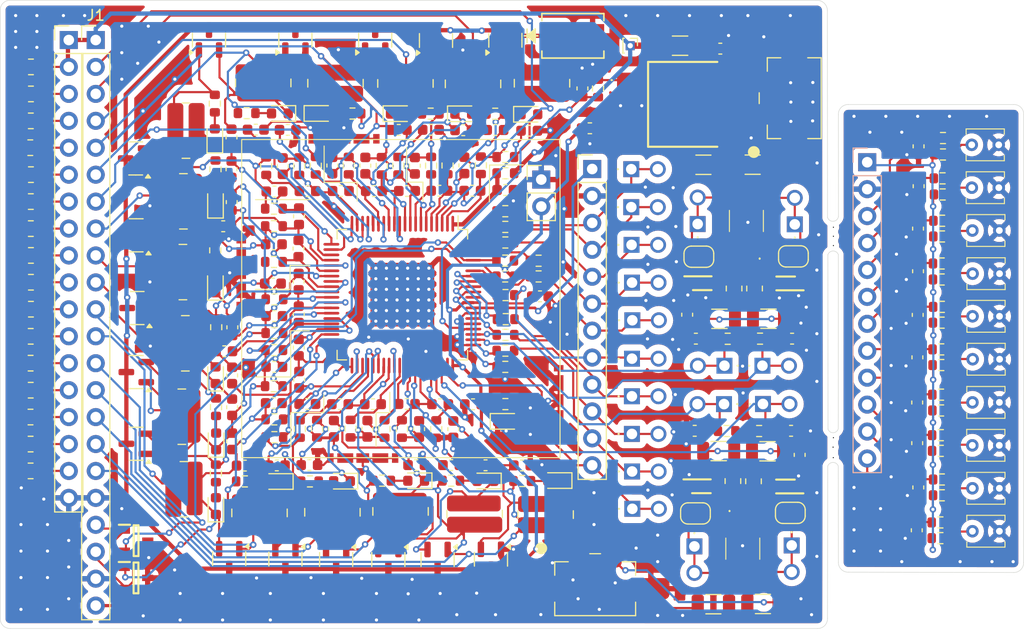
<source format=kicad_pcb>
(kicad_pcb
	(version 20240108)
	(generator "pcbnew")
	(generator_version "8.0")
	(general
		(thickness 1.6)
		(legacy_teardrops no)
	)
	(paper "A4")
	(layers
		(0 "F.Cu" signal)
		(1 "In1.Cu" signal)
		(2 "In2.Cu" signal)
		(31 "B.Cu" signal)
		(32 "B.Adhes" user "B.Adhesive")
		(33 "F.Adhes" user "F.Adhesive")
		(34 "B.Paste" user)
		(35 "F.Paste" user)
		(36 "B.SilkS" user "B.Silkscreen")
		(37 "F.SilkS" user "F.Silkscreen")
		(38 "B.Mask" user)
		(39 "F.Mask" user)
		(40 "Dwgs.User" user "User.Drawings")
		(41 "Cmts.User" user "User.Comments")
		(42 "Eco1.User" user "User.Eco1")
		(43 "Eco2.User" user "User.Eco2")
		(44 "Edge.Cuts" user)
		(45 "Margin" user)
		(46 "B.CrtYd" user "B.Courtyard")
		(47 "F.CrtYd" user "F.Courtyard")
		(48 "B.Fab" user)
		(49 "F.Fab" user)
		(50 "User.1" user)
		(51 "User.2" user)
		(52 "User.3" user)
		(53 "User.4" user)
		(54 "User.5" user)
		(55 "User.6" user)
		(56 "User.7" user)
		(57 "User.8" user)
		(58 "User.9" user)
	)
	(setup
		(stackup
			(layer "F.SilkS"
				(type "Top Silk Screen")
			)
			(layer "F.Paste"
				(type "Top Solder Paste")
			)
			(layer "F.Mask"
				(type "Top Solder Mask")
				(thickness 0.01)
			)
			(layer "F.Cu"
				(type "copper")
				(thickness 0.035)
			)
			(layer "dielectric 1"
				(type "prepreg")
				(thickness 0.1)
				(material "FR4")
				(epsilon_r 4.5)
				(loss_tangent 0.02)
			)
			(layer "In1.Cu"
				(type "copper")
				(thickness 0.035)
			)
			(layer "dielectric 2"
				(type "core")
				(thickness 1.24)
				(material "FR4")
				(epsilon_r 4.5)
				(loss_tangent 0.02)
			)
			(layer "In2.Cu"
				(type "copper")
				(thickness 0.035)
			)
			(layer "dielectric 3"
				(type "prepreg")
				(thickness 0.1)
				(material "FR4")
				(epsilon_r 4.5)
				(loss_tangent 0.02)
			)
			(layer "B.Cu"
				(type "copper")
				(thickness 0.035)
			)
			(layer "B.Mask"
				(type "Bottom Solder Mask")
				(thickness 0.01)
			)
			(layer "B.Paste"
				(type "Bottom Solder Paste")
			)
			(layer "B.SilkS"
				(type "Bottom Silk Screen")
			)
			(copper_finish "None")
			(dielectric_constraints no)
		)
		(pad_to_mask_clearance 0)
		(allow_soldermask_bridges_in_footprints no)
		(pcbplotparams
			(layerselection 0x00010fc_ffffffff)
			(plot_on_all_layers_selection 0x0000000_00000000)
			(disableapertmacros no)
			(usegerberextensions no)
			(usegerberattributes yes)
			(usegerberadvancedattributes yes)
			(creategerberjobfile no)
			(dashed_line_dash_ratio 12.000000)
			(dashed_line_gap_ratio 3.000000)
			(svgprecision 4)
			(plotframeref no)
			(viasonmask no)
			(mode 1)
			(useauxorigin yes)
			(hpglpennumber 1)
			(hpglpenspeed 20)
			(hpglpendiameter 15.000000)
			(pdf_front_fp_property_popups yes)
			(pdf_back_fp_property_popups yes)
			(dxfpolygonmode yes)
			(dxfimperialunits yes)
			(dxfusepcbnewfont yes)
			(psnegative no)
			(psa4output no)
			(plotreference yes)
			(plotvalue no)
			(plotfptext yes)
			(plotinvisibletext no)
			(sketchpadsonfab no)
			(subtractmaskfromsilk yes)
			(outputformat 1)
			(mirror no)
			(drillshape 0)
			(scaleselection 1)
			(outputdirectory "gerber/")
		)
	)
	(net 0 "")
	(net 1 "/FilterBalancingNetwork/CB")
	(net 2 "/FilterBalancingNetwork/CB:A")
	(net 3 "/FilterBalancingNetwork/CA")
	(net 4 "/Cell 15{slash}16")
	(net 5 "/S16P")
	(net 6 "/Cell 15{slash}14")
	(net 7 "/S15P")
	(net 8 "/FilterBalancingNetwork1/CB:A")
	(net 9 "/FilterBalancingNetwork1/CB")
	(net 10 "/FilterBalancingNetwork1/CA")
	(net 11 "/Cell 14{slash}13")
	(net 12 "/S14P")
	(net 13 "/Cell 13{slash}12")
	(net 14 "/S13P")
	(net 15 "/FilterBalancingNetwork2/CB:A")
	(net 16 "/FilterBalancingNetwork2/CB")
	(net 17 "/FilterBalancingNetwork2/CA")
	(net 18 "/Cell 12{slash}11")
	(net 19 "/S12P")
	(net 20 "/S11P")
	(net 21 "/Cell 11{slash}10")
	(net 22 "/FilterBalancingNetwork3/CB:A")
	(net 23 "/FilterBalancingNetwork3/CB")
	(net 24 "/FilterBalancingNetwork3/CA")
	(net 25 "/S10P")
	(net 26 "/Cell 10{slash}9")
	(net 27 "/S9P")
	(net 28 "/Cell 9{slash}8")
	(net 29 "/FilterBalancingNetwork4/CB:A")
	(net 30 "/FilterBalancingNetwork4/CB")
	(net 31 "/FilterBalancingNetwork4/CA")
	(net 32 "/S8P")
	(net 33 "/Cell 8{slash}7")
	(net 34 "/Cell 7{slash}6")
	(net 35 "/S7P")
	(net 36 "/FilterBalancingNetwork5/CB:A")
	(net 37 "/FilterBalancingNetwork5/CB")
	(net 38 "/FilterBalancingNetwork5/CA")
	(net 39 "/S6P")
	(net 40 "/Cell 6{slash}5")
	(net 41 "/Cell 5{slash}4")
	(net 42 "/S5P")
	(net 43 "/FilterBalancingNetwork6/CB")
	(net 44 "/FilterBalancingNetwork6/CB:A")
	(net 45 "/FilterBalancingNetwork6/CA")
	(net 46 "/S4P")
	(net 47 "/Cell 4{slash}3")
	(net 48 "/S3P")
	(net 49 "/FilterBalancingNetwork7/CB:A")
	(net 50 "/FilterBalancingNetwork7/CB")
	(net 51 "/FilterBalancingNetwork7/CA")
	(net 52 "/S2P")
	(net 53 "GND")
	(net 54 "/S1P")
	(net 55 "Net-(U1-V+)")
	(net 56 "Net-(U1-DRIVE)")
	(net 57 "Net-(U1-VREF1)")
	(net 58 "+5V")
	(net 59 "Net-(Q1-C)")
	(net 60 "Net-(U1-IPB)")
	(net 61 "Net-(U1-CSB(IMA))")
	(net 62 "Net-(U1-IMB)")
	(net 63 "Net-(U1-SCK(IPA))")
	(net 64 "Net-(C11-Pad2)")
	(net 65 "Net-(C12-Pad2)")
	(net 66 "Net-(J10-Pin_1)")
	(net 67 "Clamp")
	(net 68 "Net-(J11-Pin_1)")
	(net 69 "Net-(D4-A2)")
	(net 70 "Net-(D5-A2)")
	(net 71 "Net-(D6-A2)")
	(net 72 "Net-(D7-A2)")
	(net 73 "Net-(D18-A)")
	(net 74 "Net-(D21-A)")
	(net 75 "Net-(D22-A)")
	(net 76 "Net-(D8-A)")
	(net 77 "Net-(D9-A)")
	(net 78 "Net-(D10-A)")
	(net 79 "Net-(D25-A)")
	(net 80 "Net-(D26-A)")
	(net 81 "Net-(D13-A)")
	(net 82 "Net-(D14-A)")
	(net 83 "Net-(D29-A)")
	(net 84 "Net-(D30-A)")
	(net 85 "Net-(D17-A)")
	(net 86 "Net-(Q1-E)")
	(net 87 "Net-(Q1-B)")
	(net 88 "VBUS")
	(net 89 "Net-(D33-A)")
	(net 90 "Net-(D34-A)")
	(net 91 "Net-(D37-A)")
	(net 92 "Net-(D38-A)")
	(net 93 "Net-(J5-Pin_9)")
	(net 94 "Net-(J5-Pin_8)")
	(net 95 "/TMP_SDA")
	(net 96 "Net-(J5-Pin_3)")
	(net 97 "/TMP_SCL")
	(net 98 "Net-(J5-Pin_4)")
	(net 99 "Net-(J5-Pin_10)")
	(net 100 "Net-(J5-Pin_5)")
	(net 101 "Net-(J5-Pin_7)")
	(net 102 "Net-(J5-Pin_6)")
	(net 103 "Net-(U1-GPIO1)")
	(net 104 "Net-(U1-GPIO2)")
	(net 105 "Net-(U1-GPIO3)")
	(net 106 "Net-(U1-GPIO6)")
	(net 107 "Net-(U1-GPIO7)")
	(net 108 "Net-(U1-GPIO8)")
	(net 109 "Net-(U1-GPIO9)")
	(net 110 "Net-(U1-GPIO10)")
	(net 111 "Net-(R87-Pad2)")
	(net 112 "/NTC/V_out_1")
	(net 113 "/NTC/V_out_5")
	(net 114 "/NTC/V_out_2")
	(net 115 "/NTC/V_out_6")
	(net 116 "/NTC/V_out_3")
	(net 117 "/NTC/V_out_7")
	(net 118 "/NTC/V_out_4")
	(net 119 "/NTC/V_out_8")
	(net 120 "/NTC/V_out_9")
	(net 121 "/NTC/V_out_10")
	(net 122 "Net-(JP4-B)")
	(net 123 "Net-(JP1-B)")
	(net 124 "Net-(JP3-B)")
	(net 125 "Net-(JP2-B)")
	(net 126 "Net-(JP4-A)")
	(net 127 "Net-(JP1-A)")
	(net 128 "Net-(JP2-A)")
	(net 129 "Net-(JP3-A)")
	(net 130 "Net-(R85-Pad2)")
	(net 131 "Net-(R86-Pad2)")
	(net 132 "Net-(R88-Pad2)")
	(net 133 "Net-(R93-Pad2)")
	(net 134 "Net-(R95-Pad2)")
	(net 135 "Net-(R94-Pad2)")
	(net 136 "Net-(R102-Pad2)")
	(net 137 "Net-(R100-Pad1)")
	(net 138 "Net-(R101-Pad2)")
	(net 139 "unconnected-(U1-NC-Pad66)")
	(net 140 "GND1")
	(net 141 "+5V_NTC")
	(net 142 "Net-(J5-Pin_11)")
	(net 143 "Net-(J5-Pin_12)")
	(net 144 "/C 3{slash}2")
	(net 145 "/Cell 3{slash}2")
	(net 146 "/Cell 2{slash}1")
	(net 147 "/C 5{slash}4")
	(net 148 "/C 7{slash}6")
	(net 149 "/C 13{slash}12")
	(net 150 "/C 14{slash}13")
	(net 151 "/C 11{slash}10")
	(net 152 "/C 15{slash}14")
	(net 153 "/C 4{slash}3")
	(net 154 "/C 9{slash}8")
	(net 155 "/C 6{slash}5")
	(net 156 "/C 8{slash}7")
	(net 157 "/C 12{slash}11")
	(net 158 "/C 15{slash}16")
	(net 159 "/C 10{slash}9")
	(net 160 "/Cell 16")
	(net 161 "/C 2{slash}1")
	(net 162 "+5V_ref2")
	(net 163 "Net-(J11-Pin_3)")
	(net 164 "Net-(J10-Pin_3)")
	(footprint "Resistor_SMD:R_0603_1608Metric" (layer "F.Cu") (at 112.27 75.8 -90))
	(footprint "Resistor_SMD:R_0805_2012Metric" (layer "F.Cu") (at 161.2 93.24 90))
	(footprint "Resistor_SMD:R_0805_2012Metric" (layer "F.Cu") (at 94.91 110.44))
	(footprint "Capacitor_SMD:C_0603_1608Metric" (layer "F.Cu") (at 167.38 108.93 90))
	(footprint "Capacitor_SMD:C_0603_1608Metric" (layer "F.Cu") (at 178.585 79.83 -90))
	(footprint "Connector_PinHeader_2.54mm:PinHeader_1x22_P2.54mm_Vertical" (layer "F.Cu") (at 101.0475 69.805))
	(footprint "Resistor_SMD:R_0603_1608Metric" (layer "F.Cu") (at 117.88 105.58))
	(footprint "Resistor_SMD:R_1206_3216Metric" (layer "F.Cu") (at 156.11 70.34))
	(footprint "Slave:5025" (layer "F.Cu") (at 151.57 103.405))
	(footprint "Slave:Balancing" (layer "F.Cu") (at 122.8 114.34 90))
	(footprint "LED_SMD:LED_0603_1608Metric" (layer "F.Cu") (at 139.71 105.77))
	(footprint "Slave:SMBJ75A-13-F" (layer "F.Cu") (at 146.01 69.41))
	(footprint "Capacitor_SMD:C_0603_1608Metric" (layer "F.Cu") (at 178.535 91.61 -90))
	(footprint "Slave:5025" (layer "F.Cu") (at 160.29 100.52 180))
	(footprint "Capacitor_SMD:C_0603_1608Metric" (layer "F.Cu") (at 130.38 84.04 180))
	(footprint "Resistor_SMD:R_0603_1608Metric" (layer "F.Cu") (at 124.89 81.65 -90))
	(footprint "Slave:Balancing" (layer "F.Cu") (at 115.93 114.4 90))
	(footprint "Slave:5025" (layer "F.Cu") (at 151.59 110.495))
	(footprint "Slave:5025" (layer "F.Cu") (at 151.54 89.125))
	(footprint "Package_TO_SOT_SMD:SOT-23" (layer "F.Cu") (at 133.11 69.85 90))
	(footprint "Resistor_SMD:R_0805_2012Metric" (layer "F.Cu") (at 94.93 87.59))
	(footprint "Resistor_SMD:R_0603_1608Metric" (layer "F.Cu") (at 180.885 79.05 180))
	(footprint "Resistor_SMD:R_0603_1608Metric" (layer "F.Cu") (at 117.89 94.26))
	(footprint "Resistor_SMD:R_0805_2012Metric" (layer "F.Cu") (at 94.92 102.83))
	(footprint "Slave:NTCLE203E3103JB0" (layer "F.Cu") (at 183.595 79.69))
	(footprint "Resistor_SMD:R_0603_1608Metric" (layer "F.Cu") (at 160.5 106.68))
	(footprint "Package_TO_SOT_SMD:SOT-23" (layer "F.Cu") (at 138.29 118.77 -90))
	(footprint "Resistor_SMD:R_0603_1608Metric" (layer "F.Cu") (at 139.68 96.13))
	(footprint "LED_SMD:LED_0603_1608Metric" (layer "F.Cu") (at 144.435001 111.349998 180))
	(footprint "Jumper:SolderJumper-2_P1.3mm_Open_RoundedPad1.0x1.5mm" (layer "F.Cu") (at 157.56 114.45 180))
	(footprint "Resistor_SMD:R_0603_1608Metric" (layer "F.Cu") (at 112.31 89.64 -90))
	(footprint "Resistor_SMD:R_0603_1608Metric" (layer "F.Cu") (at 139.64 85.95))
	(footprint "Inductor_SMD:L_0603_1608Metric" (layer "F.Cu") (at 147.61 78.13 180))
	(footprint "LED_SMD:LED_0603_1608Metric" (layer "F.Cu") (at 112.37 113.76 90))
	(footprint "Package_TO_SOT_SMD:SOT-23" (layer "F.Cu") (at 119.86 69.82 90))
	(footprint "Capacitor_SMD:C_0603_1608Metric" (layer "F.Cu") (at 127.26 84.05 180))
	(footprint "Resistor_SMD:R_0603_1608Metric" (layer "F.Cu") (at 112.33 81.99 -90))
	(footprint "Capacitor_SMD:C_0603_1608Metric" (layer "F.Cu") (at 113.06 87.37 180))
	(footprint "Capacitor_SMD:C_1206_3216Metric"
		(layer "F.Cu")
		(uuid "2a3e99d7-2a68-4a1d-ae24-47d06b1c5f10")
		(at 159.25 123.01 180)
		(descr "Capacitor SMD 1206 (3216 Metric), square (rectangular) end terminal, IPC_7351 nominal, (Body size source: IPC-SM-782 page 76, https://www.pcb-3d.com/wordpress/wp-content/uploads/ipc-sm-782a_amendment_1_and_2.pdf), generated with kicad-footprint-generator")
		(tags "capacitor")
		(property "Reference" "C16"
			(at 4.17 0 0)
			(layer "F.SilkS")
			(hide yes)
			(uuid "4e68dc27-4470-4ca9-a6df-2d1f5b8ffbee")
			(effects
				(font
					(size 1 1)
					(thickness 0.15)
				)
			)
		)
		(property "Value" "22n"
			(at 0 1.85 180)
			(layer "F.Fab")
			(hide yes)
			(uuid "a5c37554-1339-460c-84de-933ff46b48e1")
			(effects
				(font
					(size 1 1)
					(thickness 0.15)
				)
			)
		)
		(property "Footprint" "Capacitor_SMD:C_1206_3216Metric"
			(at 0 0 180)
			(unlocked yes)
			(layer "F.Fab")
			(hide yes)
			(uuid "21e84e95-7e1b-44cc-bfd6-92247417b325")
			(effects
				(font
					(size 1.27 1.27)
				)
			)
		)
		(property "Datasheet" ""
			(at 0 0 180)
			(unlocked yes)
			(layer "F.Fab")
			(hide yes)
			(uuid "43ab8ee8-79c5-4348-bc2b-5f4d50f58d7f")
			(effects
				(font
					(size 1.27 1.27)
				)
			)
		)
		(property "Description" "Unpolarized capacitor"
			(at 0 0 180)
			(unlocked yes)
			(layer "F.Fab")
			(hide yes)
			(uuid "333b5c61-7f86-4c53-afb2-9de004ac0c9e")
			(effects
				(font
	
... [3091272 chars truncated]
</source>
